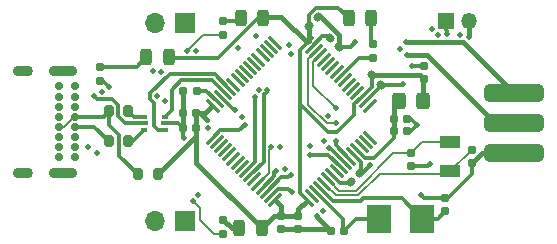
<source format=gtl>
G04 #@! TF.GenerationSoftware,KiCad,Pcbnew,7.0.6*
G04 #@! TF.CreationDate,2024-02-06T23:19:41+01:00*
G04 #@! TF.ProjectId,USB2CANv2,55534232-4341-44e7-9632-2e6b69636164,0_2*
G04 #@! TF.SameCoordinates,Original*
G04 #@! TF.FileFunction,Copper,L1,Top*
G04 #@! TF.FilePolarity,Positive*
%FSLAX46Y46*%
G04 Gerber Fmt 4.6, Leading zero omitted, Abs format (unit mm)*
G04 Created by KiCad (PCBNEW 7.0.6) date 2024-02-06 23:19:41*
%MOMM*%
%LPD*%
G01*
G04 APERTURE LIST*
G04 Aperture macros list*
%AMRoundRect*
0 Rectangle with rounded corners*
0 $1 Rounding radius*
0 $2 $3 $4 $5 $6 $7 $8 $9 X,Y pos of 4 corners*
0 Add a 4 corners polygon primitive as box body*
4,1,4,$2,$3,$4,$5,$6,$7,$8,$9,$2,$3,0*
0 Add four circle primitives for the rounded corners*
1,1,$1+$1,$2,$3*
1,1,$1+$1,$4,$5*
1,1,$1+$1,$6,$7*
1,1,$1+$1,$8,$9*
0 Add four rect primitives between the rounded corners*
20,1,$1+$1,$2,$3,$4,$5,0*
20,1,$1+$1,$4,$5,$6,$7,0*
20,1,$1+$1,$6,$7,$8,$9,0*
20,1,$1+$1,$8,$9,$2,$3,0*%
G04 Aperture macros list end*
G04 #@! TA.AperFunction,ComponentPad*
%ADD10O,1.350000X1.350000*%
G04 #@! TD*
G04 #@! TA.AperFunction,ComponentPad*
%ADD11R,1.350000X1.350000*%
G04 #@! TD*
G04 #@! TA.AperFunction,SMDPad,CuDef*
%ADD12RoundRect,0.200000X0.200000X0.275000X-0.200000X0.275000X-0.200000X-0.275000X0.200000X-0.275000X0*%
G04 #@! TD*
G04 #@! TA.AperFunction,SMDPad,CuDef*
%ADD13R,0.500000X0.375000*%
G04 #@! TD*
G04 #@! TA.AperFunction,SMDPad,CuDef*
%ADD14R,0.650000X0.300000*%
G04 #@! TD*
G04 #@! TA.AperFunction,SMDPad,CuDef*
%ADD15RoundRect,0.155000X0.155000X-0.212500X0.155000X0.212500X-0.155000X0.212500X-0.155000X-0.212500X0*%
G04 #@! TD*
G04 #@! TA.AperFunction,ComponentPad*
%ADD16R,1.700000X1.700000*%
G04 #@! TD*
G04 #@! TA.AperFunction,ComponentPad*
%ADD17O,1.700000X1.700000*%
G04 #@! TD*
G04 #@! TA.AperFunction,SMDPad,CuDef*
%ADD18RoundRect,0.155000X-0.212500X-0.155000X0.212500X-0.155000X0.212500X0.155000X-0.212500X0.155000X0*%
G04 #@! TD*
G04 #@! TA.AperFunction,SMDPad,CuDef*
%ADD19RoundRect,0.160000X-0.160000X0.197500X-0.160000X-0.197500X0.160000X-0.197500X0.160000X0.197500X0*%
G04 #@! TD*
G04 #@! TA.AperFunction,SMDPad,CuDef*
%ADD20RoundRect,0.250000X-0.325000X-0.450000X0.325000X-0.450000X0.325000X0.450000X-0.325000X0.450000X0*%
G04 #@! TD*
G04 #@! TA.AperFunction,SMDPad,CuDef*
%ADD21RoundRect,0.243750X-0.243750X-0.456250X0.243750X-0.456250X0.243750X0.456250X-0.243750X0.456250X0*%
G04 #@! TD*
G04 #@! TA.AperFunction,SMDPad,CuDef*
%ADD22RoundRect,0.381000X2.119000X0.381000X-2.119000X0.381000X-2.119000X-0.381000X2.119000X-0.381000X0*%
G04 #@! TD*
G04 #@! TA.AperFunction,SMDPad,CuDef*
%ADD23R,2.000000X2.400000*%
G04 #@! TD*
G04 #@! TA.AperFunction,SMDPad,CuDef*
%ADD24R,1.800000X1.000000*%
G04 #@! TD*
G04 #@! TA.AperFunction,ComponentPad*
%ADD25C,0.700000*%
G04 #@! TD*
G04 #@! TA.AperFunction,ComponentPad*
%ADD26O,1.700000X0.900000*%
G04 #@! TD*
G04 #@! TA.AperFunction,ComponentPad*
%ADD27O,2.400000X0.900000*%
G04 #@! TD*
G04 #@! TA.AperFunction,SMDPad,CuDef*
%ADD28RoundRect,0.075000X0.548008X0.441942X0.441942X0.548008X-0.548008X-0.441942X-0.441942X-0.548008X0*%
G04 #@! TD*
G04 #@! TA.AperFunction,SMDPad,CuDef*
%ADD29RoundRect,0.075000X0.548008X-0.441942X-0.441942X0.548008X-0.548008X0.441942X0.441942X-0.548008X0*%
G04 #@! TD*
G04 #@! TA.AperFunction,SMDPad,CuDef*
%ADD30RoundRect,0.155000X0.212500X0.155000X-0.212500X0.155000X-0.212500X-0.155000X0.212500X-0.155000X0*%
G04 #@! TD*
G04 #@! TA.AperFunction,SMDPad,CuDef*
%ADD31RoundRect,0.155000X-0.259862X0.040659X0.040659X-0.259862X0.259862X-0.040659X-0.040659X0.259862X0*%
G04 #@! TD*
G04 #@! TA.AperFunction,SMDPad,CuDef*
%ADD32RoundRect,0.200000X-0.200000X-0.275000X0.200000X-0.275000X0.200000X0.275000X-0.200000X0.275000X0*%
G04 #@! TD*
G04 #@! TA.AperFunction,SMDPad,CuDef*
%ADD33RoundRect,0.155000X-0.155000X0.212500X-0.155000X-0.212500X0.155000X-0.212500X0.155000X0.212500X0*%
G04 #@! TD*
G04 #@! TA.AperFunction,SMDPad,CuDef*
%ADD34RoundRect,0.243750X0.243750X0.456250X-0.243750X0.456250X-0.243750X-0.456250X0.243750X-0.456250X0*%
G04 #@! TD*
G04 #@! TA.AperFunction,SMDPad,CuDef*
%ADD35RoundRect,0.155000X-0.040659X-0.259862X0.259862X0.040659X0.040659X0.259862X-0.259862X-0.040659X0*%
G04 #@! TD*
G04 #@! TA.AperFunction,ViaPad*
%ADD36C,0.500000*%
G04 #@! TD*
G04 #@! TA.AperFunction,Conductor*
%ADD37C,0.400000*%
G04 #@! TD*
G04 #@! TA.AperFunction,Conductor*
%ADD38C,0.200000*%
G04 #@! TD*
G04 #@! TA.AperFunction,Conductor*
%ADD39C,0.300000*%
G04 #@! TD*
G04 APERTURE END LIST*
D10*
X160512000Y-89154000D03*
D11*
X158512000Y-89154000D03*
D12*
X131635000Y-96774000D03*
X129985000Y-96774000D03*
D13*
X134708000Y-98327500D03*
D14*
X134783000Y-97790000D03*
D13*
X134708000Y-97252500D03*
X133008000Y-97252500D03*
D14*
X132933000Y-97790000D03*
D13*
X133008000Y-98327500D03*
D15*
X158496000Y-105215500D03*
X158496000Y-104080500D03*
D16*
X136403000Y-89255600D03*
D17*
X133863000Y-89255600D03*
D18*
X154118500Y-98425000D03*
X155253500Y-98425000D03*
D19*
X139700000Y-105955500D03*
X139700000Y-107150500D03*
D20*
X154550000Y-95885000D03*
X156600000Y-95885000D03*
D15*
X156718000Y-92904500D03*
X156718000Y-94039500D03*
D19*
X139670000Y-89142500D03*
X139670000Y-90337500D03*
D12*
X131635000Y-99314000D03*
X129985000Y-99314000D03*
D21*
X141162500Y-88870000D03*
X143037500Y-88870000D03*
X141048500Y-106679999D03*
X142923500Y-106679999D03*
D22*
X164338000Y-100330000D03*
X164338000Y-97790000D03*
X164338000Y-95250000D03*
D23*
X152836000Y-105867200D03*
X156536000Y-105867200D03*
D24*
X158877000Y-99334000D03*
X158877000Y-101834000D03*
D19*
X152400000Y-91096500D03*
X152400000Y-92291500D03*
D25*
X127113400Y-94662600D03*
X127113400Y-95512600D03*
X127113400Y-96362600D03*
X127113400Y-97212600D03*
X127113400Y-98062600D03*
X127113400Y-98912600D03*
X127113400Y-99762600D03*
X127113400Y-100612600D03*
X125763400Y-100612600D03*
X125763400Y-99762600D03*
X125763400Y-98912600D03*
X125763400Y-98062600D03*
X125763400Y-97212600D03*
X125763400Y-96362600D03*
X125763400Y-95512600D03*
X125763400Y-94662600D03*
D26*
X122753400Y-101962600D03*
X122753400Y-93312600D03*
D27*
X126133400Y-101962600D03*
X126133400Y-93312600D03*
D28*
X144079219Y-104302081D03*
X143725666Y-103948528D03*
X143372113Y-103594975D03*
X143018559Y-103241421D03*
X142665006Y-102887868D03*
X142311452Y-102534314D03*
X141957899Y-102180761D03*
X141604346Y-101827208D03*
X141250792Y-101473654D03*
X140897239Y-101120101D03*
X140543686Y-100766548D03*
X140190132Y-100412994D03*
X139836579Y-100059441D03*
X139483025Y-99705887D03*
X139129472Y-99352334D03*
X138775919Y-98998781D03*
D29*
X138775919Y-96276419D03*
X139129472Y-95922866D03*
X139483025Y-95569313D03*
X139836579Y-95215759D03*
X140190132Y-94862206D03*
X140543686Y-94508652D03*
X140897239Y-94155099D03*
X141250792Y-93801546D03*
X141604346Y-93447992D03*
X141957899Y-93094439D03*
X142311452Y-92740886D03*
X142665006Y-92387332D03*
X143018559Y-92033779D03*
X143372113Y-91680225D03*
X143725666Y-91326672D03*
X144079219Y-90973119D03*
D28*
X146801581Y-90973119D03*
X147155134Y-91326672D03*
X147508687Y-91680225D03*
X147862241Y-92033779D03*
X148215794Y-92387332D03*
X148569348Y-92740886D03*
X148922901Y-93094439D03*
X149276454Y-93447992D03*
X149630008Y-93801546D03*
X149983561Y-94155099D03*
X150337114Y-94508652D03*
X150690668Y-94862206D03*
X151044221Y-95215759D03*
X151397775Y-95569313D03*
X151751328Y-95922866D03*
X152104881Y-96276419D03*
D29*
X152104881Y-98998781D03*
X151751328Y-99352334D03*
X151397775Y-99705887D03*
X151044221Y-100059441D03*
X150690668Y-100412994D03*
X150337114Y-100766548D03*
X149983561Y-101120101D03*
X149630008Y-101473654D03*
X149276454Y-101827208D03*
X148922901Y-102180761D03*
X148569348Y-102534314D03*
X148215794Y-102887868D03*
X147862241Y-103241421D03*
X147508687Y-103594975D03*
X147155134Y-103948528D03*
X146801581Y-104302081D03*
D30*
X137371900Y-98145600D03*
X136236900Y-98145600D03*
D31*
X152252717Y-93705717D03*
X153055283Y-94508283D03*
D30*
X137422700Y-95046800D03*
X136287700Y-95046800D03*
D31*
X148696717Y-90530717D03*
X149499283Y-91333283D03*
D21*
X133174500Y-92202000D03*
X135049500Y-92202000D03*
D32*
X132474200Y-102108000D03*
X134124200Y-102108000D03*
D30*
X149919500Y-106908600D03*
X148784500Y-106908600D03*
D33*
X160731200Y-100016500D03*
X160731200Y-101151500D03*
D18*
X154118500Y-97409000D03*
X155253500Y-97409000D03*
D30*
X137371900Y-96875600D03*
X136236900Y-96875600D03*
D33*
X146050000Y-105604500D03*
X146050000Y-106739500D03*
X144551400Y-105604500D03*
X144551400Y-106739500D03*
D16*
X136403000Y-106019600D03*
D17*
X133863000Y-106019600D03*
D34*
X152219900Y-88900000D03*
X150344900Y-88900000D03*
D33*
X155549600Y-100270500D03*
X155549600Y-101405500D03*
D19*
X129286000Y-92988200D03*
X129286000Y-94183200D03*
D35*
X146918717Y-89555283D03*
X147721283Y-88752717D03*
X150474717Y-102763283D03*
X151277283Y-101960717D03*
D36*
X158597600Y-90195400D03*
X157903368Y-90281104D03*
X159766000Y-90332500D03*
X160512000Y-90449400D03*
X157327600Y-89814400D03*
X157220000Y-101220000D03*
X138416348Y-98142317D03*
X138320000Y-97500000D03*
X136361189Y-99023189D03*
X152146000Y-101346000D03*
X156464000Y-103886000D03*
X147066000Y-99732741D03*
X148212425Y-99255200D03*
X147066000Y-100432244D03*
X148609695Y-99833114D03*
X145375108Y-91880058D03*
X148590000Y-97155000D03*
X149225000Y-96520000D03*
X149225000Y-97790000D03*
X128270000Y-99822000D03*
X129032000Y-100330000D03*
X128778000Y-95504000D03*
X156083000Y-97917000D03*
X155702000Y-92964000D03*
X154940000Y-94488000D03*
X140970000Y-91440000D03*
X142494000Y-90424000D03*
X150876000Y-90932000D03*
X129413000Y-95123000D03*
X134393177Y-93475964D03*
X134707626Y-95870788D03*
X147580000Y-105650000D03*
X145465802Y-103619637D03*
X142708022Y-94930893D03*
X154620000Y-91531500D03*
X137569919Y-103813068D03*
X144463503Y-99822000D03*
X144870000Y-101690000D03*
X137351503Y-91694000D03*
X141275602Y-97246500D03*
X134112000Y-95504000D03*
X148093000Y-105167000D03*
X133701000Y-93375000D03*
X145288000Y-91186000D03*
X143764000Y-99822000D03*
X136652000Y-91694000D03*
X137160000Y-104394000D03*
X149225000Y-99314000D03*
X130048000Y-94742000D03*
X140716000Y-96647000D03*
X155194000Y-90932000D03*
X155267903Y-92020242D03*
X141519717Y-97902023D03*
X142367000Y-95547500D03*
X143406173Y-94974357D03*
X144117500Y-101796205D03*
X145440000Y-102120000D03*
D37*
X137371900Y-101128399D02*
X142923500Y-106679999D01*
X137371900Y-98860300D02*
X137371900Y-101128399D01*
X140424499Y-106679999D02*
X139700000Y-105955500D01*
X141048500Y-106679999D02*
X140424499Y-106679999D01*
D38*
X138859500Y-107150500D02*
X139700000Y-107150500D01*
X137705400Y-105996400D02*
X138859500Y-107150500D01*
D37*
X143998999Y-105604500D02*
X142923500Y-106679999D01*
X144551400Y-105604500D02*
X143998999Y-105604500D01*
X161552700Y-100330000D02*
X160731200Y-101151500D01*
X164338000Y-100330000D02*
X161552700Y-100330000D01*
X156915420Y-92020242D02*
X155267903Y-92020242D01*
X162685178Y-97790000D02*
X156915420Y-92020242D01*
X164338000Y-97790000D02*
X162685178Y-97790000D01*
X160020000Y-90932000D02*
X155194000Y-90932000D01*
X164338000Y-95250000D02*
X160020000Y-90932000D01*
D39*
X158597600Y-89941400D02*
X158512000Y-89855800D01*
X158512000Y-89855800D02*
X158512000Y-88900000D01*
D37*
X160512000Y-90195400D02*
X160512000Y-88900000D01*
D39*
X136236900Y-98898900D02*
X136236900Y-98145600D01*
X136361189Y-99023189D02*
X136236900Y-98898900D01*
D37*
X147580000Y-105704100D02*
X148784500Y-106908600D01*
X147580000Y-105650000D02*
X147580000Y-105704100D01*
D39*
X142631479Y-88870000D02*
X143037500Y-88870000D01*
X139207479Y-92294000D02*
X142631479Y-88870000D01*
X135049500Y-92202000D02*
X135141500Y-92294000D01*
X135141500Y-92294000D02*
X139207479Y-92294000D01*
X140890000Y-89142500D02*
X141162500Y-88870000D01*
X139670000Y-89142500D02*
X140890000Y-89142500D01*
D38*
X138000896Y-90337500D02*
X139670000Y-90337500D01*
X136652000Y-91686396D02*
X138000896Y-90337500D01*
X136652000Y-91694000D02*
X136652000Y-91686396D01*
D37*
X143159900Y-88747600D02*
X143037500Y-88870000D01*
X144576062Y-88747600D02*
X143159900Y-88747600D01*
D39*
X157034500Y-101405500D02*
X157220000Y-101220000D01*
X155549600Y-101405500D02*
X157034500Y-101405500D01*
X152219900Y-90916400D02*
X152400000Y-91096500D01*
X152219900Y-88900000D02*
X152219900Y-90916400D01*
D37*
X137695600Y-96875600D02*
X138320000Y-97500000D01*
X137371900Y-96875600D02*
X137695600Y-96875600D01*
D39*
X145440000Y-102120000D02*
X145204906Y-102355094D01*
X144611994Y-102355094D02*
X143372113Y-103594975D01*
X145204906Y-102355094D02*
X144611994Y-102355094D01*
X129985000Y-97911183D02*
X129985000Y-96774000D01*
X130885000Y-100518800D02*
X130885000Y-98811183D01*
X130885000Y-98811183D02*
X129985000Y-97911183D01*
X132474200Y-102108000D02*
X130885000Y-100518800D01*
X150960900Y-105867200D02*
X152836000Y-105867200D01*
X149919500Y-106908600D02*
X150960900Y-105867200D01*
X151316396Y-104336000D02*
X151512396Y-104140000D01*
X148956820Y-104336000D02*
X151316396Y-104336000D01*
X151512396Y-104140000D02*
X154808800Y-104140000D01*
X147862241Y-103241421D02*
X148956820Y-104336000D01*
X154808800Y-104140000D02*
X156536000Y-105867200D01*
D38*
X152943000Y-102073000D02*
X158638000Y-102073000D01*
X151130000Y-103886000D02*
X152943000Y-102073000D01*
X149213926Y-103886000D02*
X151130000Y-103886000D01*
X148215794Y-102887868D02*
X149213926Y-103886000D01*
X158638000Y-102073000D02*
X158877000Y-101834000D01*
D39*
X149780912Y-106770012D02*
X149919500Y-106908600D01*
X149780912Y-105867200D02*
X149780912Y-106770012D01*
X147066000Y-100432244D02*
X148588598Y-100432244D01*
X148588598Y-100432244D02*
X149630008Y-101473654D01*
D38*
X137705400Y-104939400D02*
X137705400Y-105996400D01*
X137160000Y-104394000D02*
X137705400Y-104939400D01*
X143568000Y-101984874D02*
X142665006Y-102887868D01*
X143764000Y-99822000D02*
X143568000Y-100018000D01*
X143568000Y-100018000D02*
X143568000Y-101984874D01*
D39*
X144117500Y-101796205D02*
X144018000Y-101895705D01*
X144018000Y-101895705D02*
X144018000Y-102241980D01*
X144018000Y-102241980D02*
X143018559Y-103241421D01*
X148609695Y-99833114D02*
X148696574Y-99833114D01*
X148696574Y-99833114D02*
X149983561Y-101120101D01*
X141042414Y-98379326D02*
X139395374Y-98379326D01*
X139395374Y-98379326D02*
X138775919Y-98998781D01*
X141519717Y-97902023D02*
X141042414Y-98379326D01*
X140560712Y-96647000D02*
X139483025Y-95569313D01*
X140716000Y-96647000D02*
X140560712Y-96647000D01*
X143162278Y-95342000D02*
X143118000Y-95386278D01*
X143186850Y-95342000D02*
X143162278Y-95342000D01*
X143406173Y-95122677D02*
X143186850Y-95342000D01*
X143406173Y-94974357D02*
X143406173Y-95122677D01*
X143118000Y-95386278D02*
X143118000Y-101020660D01*
X143118000Y-101020660D02*
X141957899Y-102180761D01*
X142367000Y-101064554D02*
X141604346Y-101827208D01*
X142367000Y-95547500D02*
X142367000Y-101064554D01*
X132388300Y-92988200D02*
X129286000Y-92988200D01*
X133174500Y-92202000D02*
X132388300Y-92988200D01*
D37*
X135191500Y-92344000D02*
X135049500Y-92202000D01*
D39*
X138944600Y-93616674D02*
X140190132Y-94862206D01*
X135150797Y-93616674D02*
X138944600Y-93616674D01*
X133512000Y-95255471D02*
X135150797Y-93616674D01*
X133512000Y-95752529D02*
X133512000Y-95255471D01*
X134145500Y-98327500D02*
X133858000Y-98040000D01*
X133858000Y-98040000D02*
X133858000Y-96098529D01*
X134708000Y-98327500D02*
X134145500Y-98327500D01*
X133858000Y-96098529D02*
X133512000Y-95752529D01*
X136128148Y-94124674D02*
X138745494Y-94124674D01*
X138745494Y-94124674D02*
X139836579Y-95215759D01*
X135307626Y-94945196D02*
X136128148Y-94124674D01*
X135307626Y-96652874D02*
X135307626Y-94945196D01*
X134708000Y-97252500D02*
X135307626Y-96652874D01*
X135881300Y-97790000D02*
X136236900Y-98145600D01*
X134783000Y-97790000D02*
X135881300Y-97790000D01*
X129546400Y-97212600D02*
X127113400Y-97212600D01*
X129985000Y-96774000D02*
X129546400Y-97212600D01*
X130302000Y-95758000D02*
X129032000Y-95758000D01*
X129032000Y-95758000D02*
X128778000Y-95504000D01*
X130810000Y-97201817D02*
X130810000Y-96266000D01*
X131398183Y-97790000D02*
X130810000Y-97201817D01*
X130810000Y-96266000D02*
X130302000Y-95758000D01*
X132933000Y-97790000D02*
X131398183Y-97790000D01*
X132113500Y-97252500D02*
X131635000Y-96774000D01*
X133008000Y-97252500D02*
X132113500Y-97252500D01*
X128733600Y-98062600D02*
X127113400Y-98062600D01*
X129985000Y-99314000D02*
X128733600Y-98062600D01*
X132021500Y-99314000D02*
X133008000Y-98327500D01*
X131635000Y-99314000D02*
X132021500Y-99314000D01*
X160731200Y-102079800D02*
X160731200Y-101151500D01*
X158730500Y-104080500D02*
X160731200Y-102079800D01*
X158496000Y-104080500D02*
X158730500Y-104080500D01*
X156658500Y-104080500D02*
X156464000Y-103886000D01*
X158496000Y-104080500D02*
X156658500Y-104080500D01*
X157844300Y-105867200D02*
X158496000Y-105215500D01*
X156536000Y-105867200D02*
X157844300Y-105867200D01*
X151531283Y-101960717D02*
X152146000Y-101346000D01*
X151277283Y-101960717D02*
X151531283Y-101960717D01*
X151310122Y-101927878D02*
X151310122Y-101032448D01*
X151277283Y-101960717D02*
X151310122Y-101927878D01*
X151310122Y-101032448D02*
X150690668Y-100412994D01*
X150437784Y-102800216D02*
X150474717Y-102763283D01*
X149542356Y-102800216D02*
X150437784Y-102800216D01*
X148922901Y-102180761D02*
X149542356Y-102800216D01*
D38*
X150895000Y-103486000D02*
X154051000Y-100330000D01*
X149521034Y-103486000D02*
X150895000Y-103486000D01*
X148569348Y-102534314D02*
X149521034Y-103486000D01*
X154051000Y-100330000D02*
X155490100Y-100330000D01*
X155490100Y-100330000D02*
X155549600Y-100270500D01*
D39*
X146801581Y-104302081D02*
X146182126Y-103682626D01*
X146182126Y-103682626D02*
X146182126Y-96161340D01*
X145175238Y-103329073D02*
X144345121Y-103329073D01*
X145465802Y-103619637D02*
X145175238Y-103329073D01*
X144345121Y-103329073D02*
X143725666Y-103948528D01*
X150778320Y-97085209D02*
X150778320Y-96188768D01*
X148572786Y-98552000D02*
X149311529Y-98552000D01*
X149311529Y-98552000D02*
X150778320Y-97085209D01*
X150778320Y-96188768D02*
X151397775Y-95569313D01*
X146182126Y-91592574D02*
X146182126Y-96161340D01*
X146182126Y-96161340D02*
X148572786Y-98552000D01*
X146801581Y-90973119D02*
X146182126Y-91592574D01*
D37*
X149511579Y-90341488D02*
X149511579Y-91320987D01*
X147922808Y-88752717D02*
X149511579Y-90341488D01*
X149511579Y-91320987D02*
X149499283Y-91333283D01*
X147721283Y-88752717D02*
X147922808Y-88752717D01*
D39*
X147721283Y-88752717D02*
X147852098Y-88752717D01*
X147552764Y-87987855D02*
X149432755Y-87987855D01*
X146918717Y-88621902D02*
X147552764Y-87987855D01*
X146918717Y-89555283D02*
X146918717Y-88621902D01*
X149432755Y-87987855D02*
X150344900Y-88900000D01*
D38*
X147721283Y-88752717D02*
X147781388Y-88752717D01*
D37*
X146918717Y-90785271D02*
X146766225Y-90937763D01*
X146918717Y-89555283D02*
X146918717Y-90785271D01*
D39*
X151140054Y-92291500D02*
X152400000Y-92291500D01*
X149630008Y-93801546D02*
X151140054Y-92291500D01*
X150474717Y-91333283D02*
X150876000Y-90932000D01*
X149499283Y-91333283D02*
X150474717Y-91333283D01*
X148590000Y-90424000D02*
X148696717Y-90530717D01*
X148057806Y-90424000D02*
X148590000Y-90424000D01*
X147155134Y-91326672D02*
X148057806Y-90424000D01*
D37*
X144576062Y-88747600D02*
X146766225Y-90937763D01*
D38*
X146892786Y-92296126D02*
X147508687Y-91680225D01*
X146892786Y-96235604D02*
X146892786Y-92296126D01*
X148447182Y-97790000D02*
X146892786Y-96235604D01*
X149225000Y-97790000D02*
X148447182Y-97790000D01*
X147292786Y-92603234D02*
X147862241Y-92033779D01*
X147292786Y-94587786D02*
X147292786Y-92603234D01*
X149225000Y-96520000D02*
X147292786Y-94587786D01*
X127044161Y-97212600D02*
X127113400Y-97212600D01*
X126194161Y-98062600D02*
X127044161Y-97212600D01*
X125763400Y-98062600D02*
X126194161Y-98062600D01*
D39*
X156658500Y-92964000D02*
X156718000Y-92904500D01*
X155702000Y-92964000D02*
X156658500Y-92964000D01*
X155575000Y-98425000D02*
X155253500Y-98425000D01*
X155575000Y-97409000D02*
X155253500Y-97409000D01*
X156083000Y-97917000D02*
X155575000Y-98425000D01*
X156083000Y-97917000D02*
X155575000Y-97409000D01*
X154919717Y-94508283D02*
X154940000Y-94488000D01*
X153055283Y-94508283D02*
X154919717Y-94508283D01*
X151397775Y-95569313D02*
X152252717Y-94714371D01*
D37*
X137371900Y-98860300D02*
X137371900Y-98145600D01*
X137371900Y-98145600D02*
X137371900Y-96875600D01*
X152265013Y-93693421D02*
X152252717Y-93705717D01*
X156371921Y-93693421D02*
X152265013Y-93693421D01*
X137371900Y-96875600D02*
X138176738Y-96875600D01*
X146050000Y-105604500D02*
X146050000Y-105053662D01*
X134124200Y-102108000D02*
X137371900Y-98860300D01*
X156600000Y-95885000D02*
X156600000Y-94157500D01*
D39*
X152252717Y-94714371D02*
X152252717Y-93705717D01*
D37*
X144551400Y-104774262D02*
X144114575Y-104337437D01*
X144551400Y-105604500D02*
X144551400Y-104774262D01*
X138176738Y-96875600D02*
X138740563Y-96311775D01*
X156718000Y-94039500D02*
X156371921Y-93693421D01*
X146050000Y-105053662D02*
X146766225Y-104337437D01*
X144551400Y-105604500D02*
X146050000Y-105604500D01*
X156600000Y-94157500D02*
X156718000Y-94039500D01*
X136287700Y-95046800D02*
X136287700Y-98094800D01*
D39*
X153055283Y-94618911D02*
X153055283Y-94508283D01*
D37*
X148784500Y-106908600D02*
X148615400Y-106739500D01*
D39*
X151751328Y-95922866D02*
X153055283Y-94618911D01*
D37*
X148615400Y-106739500D02*
X144551400Y-106739500D01*
X136287700Y-98094800D02*
X136236900Y-98145600D01*
D39*
X138253406Y-95046800D02*
X139129472Y-95922866D01*
X137422700Y-95046800D02*
X138253406Y-95046800D01*
X149780912Y-105867200D02*
X147508687Y-103594975D01*
D38*
X158877000Y-101834000D02*
X158913700Y-101834000D01*
X158913700Y-101834000D02*
X160731200Y-100016500D01*
X156486100Y-99334000D02*
X158877000Y-99334000D01*
X155549600Y-100270500D02*
X156486100Y-99334000D01*
D39*
X149225000Y-99314000D02*
X149225000Y-99654434D01*
X129286000Y-94183200D02*
X129489200Y-94183200D01*
X149225000Y-99654434D02*
X150337114Y-100766548D01*
X129489200Y-94183200D02*
X130048000Y-94742000D01*
X151044221Y-100059441D02*
X151663677Y-100678895D01*
D37*
X154550000Y-95885000D02*
X154118500Y-96316500D01*
D39*
X151663677Y-100678895D02*
X152432105Y-100678895D01*
X152432105Y-100678895D02*
X154118500Y-98992500D01*
D37*
X154118500Y-96316500D02*
X154118500Y-98425000D01*
D39*
X154118500Y-98992500D02*
X154118500Y-98425000D01*
M02*

</source>
